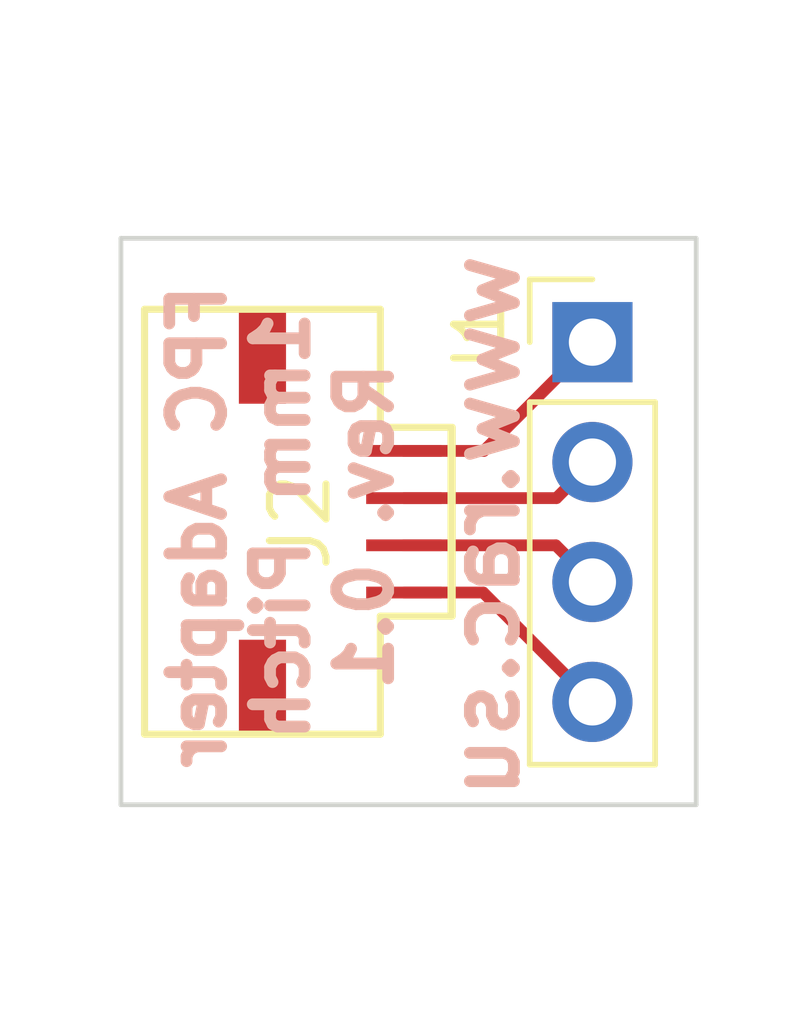
<source format=kicad_pcb>
(kicad_pcb (version 4) (host pcbnew 4.0.7-e2-6376~60~ubuntu17.10.1)

  (general
    (links 4)
    (no_connects 0)
    (area 139.785 93.857143 156.875 115.742857)
    (thickness 1.6)
    (drawings 6)
    (tracks 8)
    (zones 0)
    (modules 2)
    (nets 5)
  )

  (page A4)
  (title_block
    (title "FPC to DIP Breadboard adapter")
    (date 2018-04-13)
    (rev 0.1)
    (company "GDG Zürich")
  )

  (layers
    (0 F.Cu signal)
    (31 B.Cu signal)
    (32 B.Adhes user)
    (33 F.Adhes user)
    (34 B.Paste user)
    (35 F.Paste user)
    (36 B.SilkS user)
    (37 F.SilkS user)
    (38 B.Mask user)
    (39 F.Mask user)
    (40 Dwgs.User user)
    (41 Cmts.User user)
    (42 Eco1.User user)
    (43 Eco2.User user)
    (44 Edge.Cuts user)
    (45 Margin user)
    (46 B.CrtYd user)
    (47 F.CrtYd user)
    (48 B.Fab user)
    (49 F.Fab user)
  )

  (setup
    (last_trace_width 0.25)
    (trace_clearance 0.2)
    (zone_clearance 0.508)
    (zone_45_only no)
    (trace_min 0.2)
    (segment_width 0.2)
    (edge_width 0.1)
    (via_size 0.6)
    (via_drill 0.4)
    (via_min_size 0.4)
    (via_min_drill 0.3)
    (uvia_size 0.3)
    (uvia_drill 0.1)
    (uvias_allowed no)
    (uvia_min_size 0.2)
    (uvia_min_drill 0.1)
    (pcb_text_width 0.3)
    (pcb_text_size 1.5 1.5)
    (mod_edge_width 0.15)
    (mod_text_size 1 1)
    (mod_text_width 0.15)
    (pad_size 1.5 1.5)
    (pad_drill 0.6)
    (pad_to_mask_clearance 0)
    (aux_axis_origin 0 0)
    (visible_elements FFFFFF7F)
    (pcbplotparams
      (layerselection 0x00030_80000001)
      (usegerberextensions false)
      (excludeedgelayer true)
      (linewidth 0.100000)
      (plotframeref false)
      (viasonmask false)
      (mode 1)
      (useauxorigin false)
      (hpglpennumber 1)
      (hpglpenspeed 20)
      (hpglpendiameter 15)
      (hpglpenoverlay 2)
      (psnegative false)
      (psa4output false)
      (plotreference true)
      (plotvalue true)
      (plotinvisibletext false)
      (padsonsilk false)
      (subtractmaskfromsilk false)
      (outputformat 1)
      (mirror false)
      (drillshape 1)
      (scaleselection 1)
      (outputdirectory production/))
  )

  (net 0 "")
  (net 1 "Net-(J1-Pad1)")
  (net 2 "Net-(J1-Pad2)")
  (net 3 "Net-(J1-Pad3)")
  (net 4 "Net-(J1-Pad4)")

  (net_class Default "This is the default net class."
    (clearance 0.2)
    (trace_width 0.25)
    (via_dia 0.6)
    (via_drill 0.4)
    (uvia_dia 0.3)
    (uvia_drill 0.1)
    (add_net "Net-(J1-Pad1)")
    (add_net "Net-(J1-Pad2)")
    (add_net "Net-(J1-Pad3)")
    (add_net "Net-(J1-Pad4)")
  )

  (module Pin_Headers:Pin_Header_Straight_1x04_Pitch2.54mm (layer F.Cu) (tedit 5AD12D6B) (tstamp 5AD13054)
    (at 152.5 101.2)
    (descr "Through hole straight pin header, 1x04, 2.54mm pitch, single row")
    (tags "Through hole pin header THT 1x04 2.54mm single row")
    (path /5AD10660)
    (fp_text reference J1 (at -2.4 0 90) (layer F.SilkS)
      (effects (font (size 1 1) (thickness 0.15)))
    )
    (fp_text value Breadboard (at 3.3 3.5 90) (layer F.Fab)
      (effects (font (size 1 1) (thickness 0.15)))
    )
    (fp_line (start -0.635 -1.27) (end 1.27 -1.27) (layer F.Fab) (width 0.1))
    (fp_line (start 1.27 -1.27) (end 1.27 8.89) (layer F.Fab) (width 0.1))
    (fp_line (start 1.27 8.89) (end -1.27 8.89) (layer F.Fab) (width 0.1))
    (fp_line (start -1.27 8.89) (end -1.27 -0.635) (layer F.Fab) (width 0.1))
    (fp_line (start -1.27 -0.635) (end -0.635 -1.27) (layer F.Fab) (width 0.1))
    (fp_line (start -1.33 8.95) (end 1.33 8.95) (layer F.SilkS) (width 0.12))
    (fp_line (start -1.33 1.27) (end -1.33 8.95) (layer F.SilkS) (width 0.12))
    (fp_line (start 1.33 1.27) (end 1.33 8.95) (layer F.SilkS) (width 0.12))
    (fp_line (start -1.33 1.27) (end 1.33 1.27) (layer F.SilkS) (width 0.12))
    (fp_line (start -1.33 0) (end -1.33 -1.33) (layer F.SilkS) (width 0.12))
    (fp_line (start -1.33 -1.33) (end 0 -1.33) (layer F.SilkS) (width 0.12))
    (fp_line (start -1.8 -1.8) (end -1.8 9.4) (layer F.CrtYd) (width 0.05))
    (fp_line (start -1.8 9.4) (end 1.8 9.4) (layer F.CrtYd) (width 0.05))
    (fp_line (start 1.8 9.4) (end 1.8 -1.8) (layer F.CrtYd) (width 0.05))
    (fp_line (start 1.8 -1.8) (end -1.8 -1.8) (layer F.CrtYd) (width 0.05))
    (fp_text user %R (at 0 3.81 90) (layer F.Fab)
      (effects (font (size 1 1) (thickness 0.15)))
    )
    (pad 1 thru_hole rect (at 0 0) (size 1.7 1.7) (drill 1) (layers *.Cu *.Mask)
      (net 1 "Net-(J1-Pad1)"))
    (pad 2 thru_hole oval (at 0 2.54) (size 1.7 1.7) (drill 1) (layers *.Cu *.Mask)
      (net 2 "Net-(J1-Pad2)"))
    (pad 3 thru_hole oval (at 0 5.08) (size 1.7 1.7) (drill 1) (layers *.Cu *.Mask)
      (net 3 "Net-(J1-Pad3)"))
    (pad 4 thru_hole oval (at 0 7.62) (size 1.7 1.7) (drill 1) (layers *.Cu *.Mask)
      (net 4 "Net-(J1-Pad4)"))
    (model ${KISYS3DMOD}/Pin_Headers.3dshapes/Pin_Header_Straight_1x04_Pitch2.54mm.wrl
      (at (xyz 0 0 0))
      (scale (xyz 1 1 1))
      (rotate (xyz 0 0 0))
    )
  )

  (module footprints:FPC_4_1mm (layer F.Cu) (tedit 5AD12D6F) (tstamp 5AD1305E)
    (at 148.5011 105.0036 270)
    (path /5AD1047A)
    (fp_text reference J2 (at 0 2.2 270) (layer F.SilkS)
      (effects (font (size 1.2 1.2) (thickness 0.15)))
    )
    (fp_text value "4 Pin FPC (1mm pitch)" (at -0.2036 7.6011 270) (layer F.Fab)
      (effects (font (size 1.2 1.2) (thickness 0.15)))
    )
    (fp_line (start 4.5 5.5) (end -4.5 5.5) (layer F.SilkS) (width 0.15))
    (fp_line (start -4.5 5.5) (end -4.5 0.5) (layer F.SilkS) (width 0.15))
    (fp_line (start -4.5 0.5) (end -2 0.5) (layer F.SilkS) (width 0.15))
    (fp_line (start -2 0.5) (end -2 -1) (layer F.SilkS) (width 0.15))
    (fp_line (start -2 -1) (end 2 -1) (layer F.SilkS) (width 0.15))
    (fp_line (start 2 -1) (end 2 0.5) (layer F.SilkS) (width 0.15))
    (fp_line (start 2 0.5) (end 4.5 0.5) (layer F.SilkS) (width 0.15))
    (fp_line (start 4.5 0.5) (end 4.5 5.5) (layer F.SilkS) (width 0.15))
    (fp_line (start -2 -1.025) (end 2 -1.025) (layer F.SilkS) (width 0.15))
    (pad 1 smd rect (at -1.5 0 270) (size 0.25 1.6) (layers F.Cu F.Paste F.Mask)
      (net 1 "Net-(J1-Pad1)"))
    (pad 2 smd rect (at -0.5 0 270) (size 0.25 1.6) (layers F.Cu F.Paste F.Mask)
      (net 2 "Net-(J1-Pad2)"))
    (pad 3 smd rect (at 0.5 0 270) (size 0.25 1.6) (layers F.Cu F.Paste F.Mask)
      (net 3 "Net-(J1-Pad3)"))
    (pad 4 smd rect (at 1.5 0 270) (size 0.25 1.6) (layers F.Cu F.Paste F.Mask)
      (net 4 "Net-(J1-Pad4)"))
    (pad 0 smd rect (at -3.5 3 270) (size 2 1) (layers F.Cu F.Paste F.Mask))
    (pad 0 smd rect (at 3.5 3 270) (size 2 1) (layers F.Cu F.Paste F.Mask))
  )

  (gr_text www.rac.su (at 150.2 105.1 90) (layer B.SilkS)
    (effects (font (size 1.4 1.4) (thickness 0.25)) (justify mirror))
  )
  (gr_text "FPC Adapter\n1mm Pitch\nRev. 0.1" (at 145.9 105.1 90) (layer B.SilkS)
    (effects (font (size 1.1 1.1) (thickness 0.25)) (justify mirror))
  )
  (gr_line (start 142.5 111) (end 142.5 99) (angle 90) (layer Edge.Cuts) (width 0.1))
  (gr_line (start 154.7 111) (end 142.5 111) (angle 90) (layer Edge.Cuts) (width 0.1))
  (gr_line (start 154.7 99) (end 154.7 111) (angle 90) (layer Edge.Cuts) (width 0.1))
  (gr_line (start 142.5 99) (end 154.7 99) (angle 90) (layer Edge.Cuts) (width 0.1))

  (segment (start 148.5011 103.5036) (end 150.1964 103.5036) (width 0.25) (layer F.Cu) (net 1) (status 400000))
  (segment (start 150.1964 103.5036) (end 152.5 101.2) (width 0.25) (layer F.Cu) (net 1) (tstamp 5AD13269) (status 800000))
  (segment (start 148.5011 104.5036) (end 151.7364 104.5036) (width 0.25) (layer F.Cu) (net 2) (status 400000))
  (segment (start 151.7364 104.5036) (end 152.5 103.74) (width 0.25) (layer F.Cu) (net 2) (tstamp 5AD13259) (status 800000))
  (segment (start 148.5011 105.5036) (end 151.7236 105.5036) (width 0.25) (layer F.Cu) (net 3) (status 400000))
  (segment (start 151.7236 105.5036) (end 152.5 106.28) (width 0.25) (layer F.Cu) (net 3) (tstamp 5AD1325E) (status 800000))
  (segment (start 148.5011 106.5036) (end 150.1836 106.5036) (width 0.25) (layer F.Cu) (net 4) (status 400000))
  (segment (start 150.1836 106.5036) (end 152.5 108.82) (width 0.25) (layer F.Cu) (net 4) (tstamp 5AD13265) (status 800000))

)

</source>
